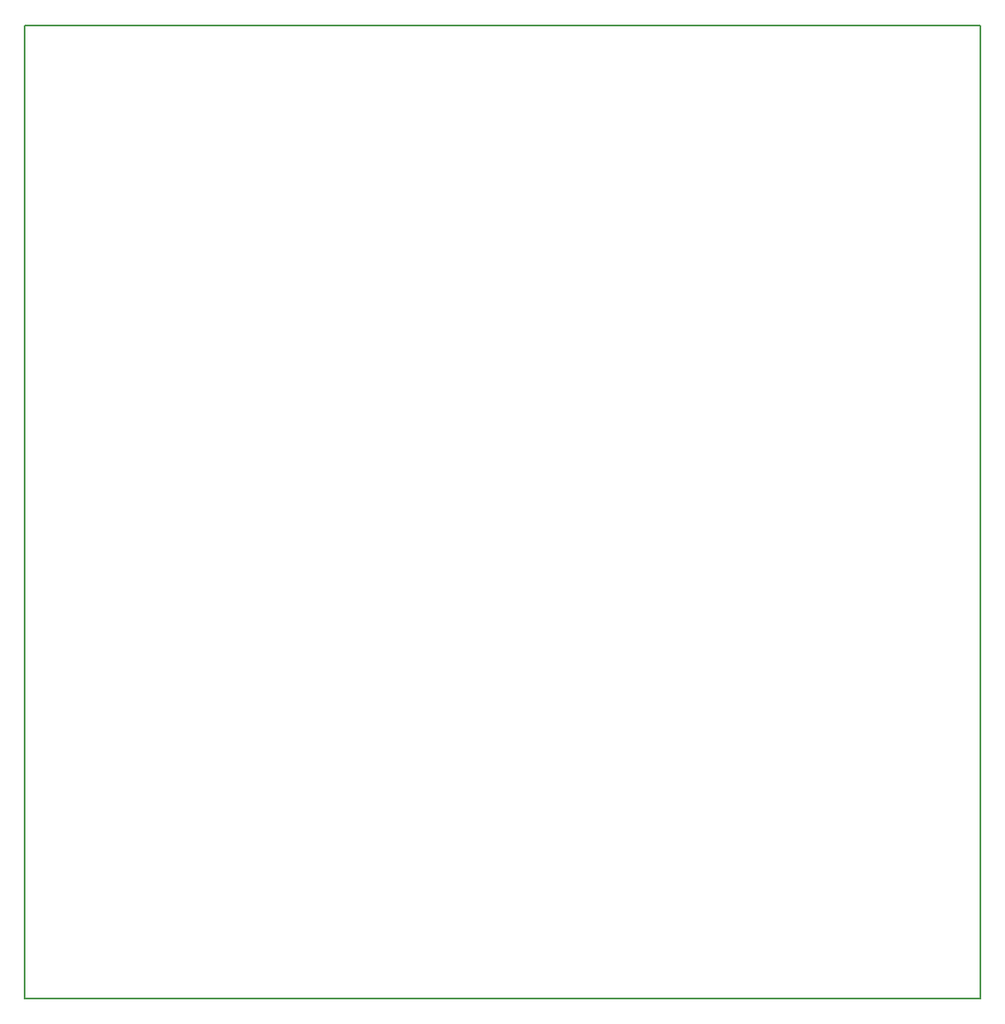
<source format=gm1>
G04 #@! TF.FileFunction,Profile,NP*
%FSLAX46Y46*%
G04 Gerber Fmt 4.6, Leading zero omitted, Abs format (unit mm)*
G04 Created by KiCad (PCBNEW 4.0.7) date Wednesday, 11. April 2018 'u56' 14:56:34*
%MOMM*%
%LPD*%
G01*
G04 APERTURE LIST*
%ADD10C,0.100000*%
%ADD11C,0.150000*%
G04 APERTURE END LIST*
D10*
D11*
X223520000Y-62230000D02*
X223520000Y-159230000D01*
X128270000Y-62230000D02*
X128270000Y-159230000D01*
X128270000Y-159250000D02*
X223520000Y-159250000D01*
X128270000Y-62230000D02*
X223520000Y-62230000D01*
M02*

</source>
